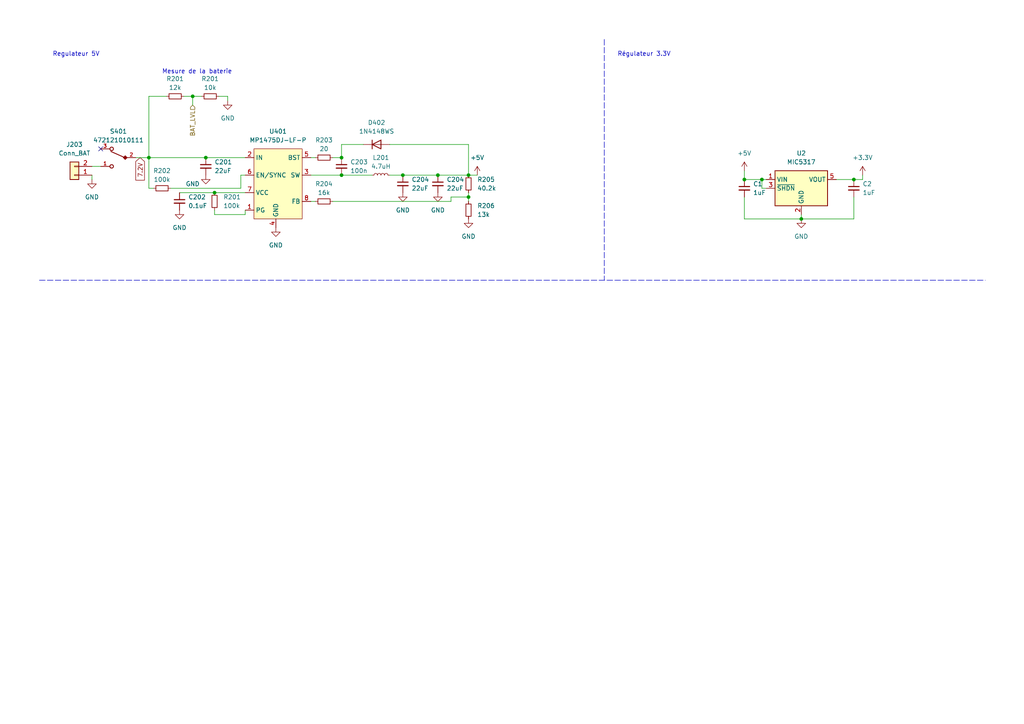
<source format=kicad_sch>
(kicad_sch (version 20230121) (generator eeschema)
  (paper "A4")
  (title_block (title "robot") (date "2023-09-19") (rev "Dorian, Gael, Clément, Laksan") (company "ENSEA"))
  (lib_symbols
    (symbol "Connector_Generic:Conn_01x02" (pin_names (offset 1.016) hide)
      (property "Reference" "J" (at 0 2.54 0))
      (property "Value" "Conn_01x02" (at 0 -5.08 0))
      (symbol "Conn_01x02_1_1"
        (rectangle (start -1.27 -2.413) (end 0 -2.667) (stroke (width 0.1524)))
        (rectangle (start -1.27 0.127) (end 0 -0.127) (stroke (width 0.1524)))
        (rectangle (start -1.27 1.27) (end 1.27 -3.81) (stroke (width 0.254)) (fill (type background)))
        (pin passive line (at -5.08 0 0) (length 3.81) (name "Pin_1") (number "1"))
        (pin passive line (at -5.08 -2.54 0) (length 3.81) (name "Pin_2") (number "2"))
      )
    )
    (symbol "Device:C_Small" (pin_numbers hide) (pin_names (offset 0.254) hide)
      (property "Reference" "C" (at 0.254 1.778 0))
      (property "Value" "C_Small" (at 0.254 -2.032 0))
      (symbol "C_Small_0_1"
        (polyline (pts (xy -1.524 -0.508) (xy 1.524 -0.508)) (stroke (width 0.3302)))
        (polyline (pts (xy -1.524 0.508) (xy 1.524 0.508)) (stroke (width 0.3048)))
      )
      (symbol "C_Small_1_1"
        (pin passive line (at 0 2.54 270) (length 2.032) (name "~") (number "1"))
        (pin passive line (at 0 -2.54 90) (length 2.032) (name "~") (number "2"))
      )
    )
    (symbol "Device:L_Small" (pin_numbers hide) (pin_names (offset 0.254) hide)
      (property "Reference" "L" (at 0.762 1.016 0))
      (property "Value" "L_Small" (at 0.762 -1.016 0))
      (symbol "L_Small_0_1"
        (arc (start 0 -2.032) (mid 0.5058 -1.524) (end 0 -1.016))
        (arc (start 0 -1.016) (mid 0.5058 -0.508) (end 0 0))
        (arc (start 0 0) (mid 0.5058 0.508) (end 0 1.016))
        (arc (start 0 1.016) (mid 0.5058 1.524) (end 0 2.032))
      )
      (symbol "L_Small_1_1"
        (pin passive line (at 0 2.54 270) (length 0.508) (name "~") (number "1"))
        (pin passive line (at 0 -2.54 90) (length 0.508) (name "~") (number "2"))
      )
    )
    (symbol "Device:R_Small" (pin_numbers hide) (pin_names (offset 0.254) hide)
      (property "Reference" "R" (at 0.762 0.508 0))
      (property "Value" "R_Small" (at 0.762 -1.016 0))
      (symbol "R_Small_0_1"
        (rectangle (start -0.762 1.778) (end 0.762 -1.778) (stroke (width 0.2032)))
      )
      (symbol "R_Small_1_1"
        (pin passive line (at 0 2.54 270) (length 0.762) (name "~") (number "1"))
        (pin passive line (at 0 -2.54 90) (length 0.762) (name "~") (number "2"))
      )
    )
    (symbol "Diode:1N4148WS" (pin_numbers hide) (pin_names hide)
      (property "Reference" "D" (at 0 2.54 0))
      (property "Value" "1N4148WS" (at 0 -2.54 0))
      (symbol "1N4148WS_0_1"
        (polyline (pts (xy -1.27 1.27) (xy -1.27 -1.27)) (stroke (width 0.254)))
        (polyline (pts (xy 1.27 0) (xy -1.27 0)))
        (polyline (pts (xy 1.27 1.27) (xy 1.27 -1.27) (xy -1.27 0) (xy 1.27 1.27)) (stroke (width 0.254)))
      )
      (symbol "1N4148WS_1_1"
        (pin passive line (at -3.81 0 0) (length 2.54) (name "K") (number "1"))
        (pin passive line (at 3.81 0 180) (length 2.54) (name "A") (number "2"))
      )
    )
    (symbol "MP1475:MP1475DJ-LF-P"
      (property "Reference" "U" (at -1.27 3.81 0))
      (property "Value" "MP1475DJ-LF-P" (at 0 1.27 0))
      (symbol "MP1475DJ-LF-P_1_1"
        (rectangle (start -12.7 -1.27) (end 1.27 -21.59) (fill (type background)))
        (pin output line (at -15.24 -19.05 0) (length 2.54) (name "PG") (number "1"))
        (pin power_in line (at -15.24 -3.81 0) (length 2.54) (name "IN") (number "2"))
        (pin output line (at 3.81 -8.89 180) (length 2.54) (name "SW") (number "3"))
        (pin power_in line (at -6.35 -24.13 90) (length 2.54) (name "GND") (number "4"))
        (pin output line (at 3.81 -3.81 180) (length 2.54) (name "BST") (number "5"))
        (pin input line (at -15.24 -8.89 0) (length 2.54) (name "EN/SYNC") (number "6"))
        (pin output line (at -15.24 -13.97 0) (length 2.54) (name "VCC") (number "7"))
        (pin output line (at 3.81 -16.51 180) (length 2.54) (name "FB") (number "8"))
      )
    )
    (symbol "Regulator_Linear:MCP1802x-xx02xOT"
      (property "Reference" "U" (at -6.35 6.35 0))
      (property "Value" "MCP1802x-xx02xOT" (at 0 6.35 0))
      (symbol "MCP1802x-xx02xOT_0_1"
        (rectangle (start -7.62 5.08) (end 7.62 -5.08) (stroke (width 0.254)) (fill (type background)))
      )
      (symbol "MCP1802x-xx02xOT_1_1"
        (pin power_in line (at -10.16 2.54 0) (length 2.54) (name "VIN") (number "1"))
        (pin power_in line (at 0 -7.62 90) (length 2.54) (name "GND") (number "2"))
        (pin input line (at -10.16 0 0) (length 2.54) (name "~{SHDN}") (number "3"))
        (pin no_connect line (at 7.62 0 180) (length 2.54) hide (name "NC") (number "4"))
        (pin power_out line (at 10.16 2.54 180) (length 2.54) (name "VOUT") (number "5"))
      )
    )
    (symbol "SWITCH:472121010111" (pin_names (offset 1.016))
      (property "Reference" "S" (at 0 3.81 0))
      (property "Value" "472121010111" (at 0 -5.08 0))
      (symbol "472121010111_0_0"
        (polyline (pts (xy -1.905 0) (xy 2.1082 -1.778)) (stroke (width 0.254)))
        (polyline (pts (xy -2.032 -0.508) (xy -2.54 0) (xy -2.032 0.508) (xy -1.524 0) (xy -2.032 -0.508)) (stroke (width 0.254)) (fill (type outline)))
        (circle (center 1.905 -2.54) (radius 0.508) (stroke (width 0.254)))
        (circle (center 1.905 2.54) (radius 0.508) (stroke (width 0.254)))
        (pin passive line (at 5.08 2.54 180) (length 2.54) (name "~") (number "1"))
        (pin passive line (at -5.08 0 0) (length 2.54) (name "~") (number "2"))
        (pin passive line (at 5.08 -2.54 180) (length 2.54) (name "~") (number "3"))
      )
    )
    (symbol "power:+3.3V" (power) (pin_names (offset 0))
      (property "Value" "+3.3V" (at 0 3.556 0))
      (symbol "+3.3V_0_1"
        (polyline (pts (xy -0.762 1.27) (xy 0 2.54)))
        (polyline (pts (xy 0 0) (xy 0 2.54)))
        (polyline (pts (xy 0 2.54) (xy 0.762 1.27)))
      )
      (symbol "+3.3V_1_1"
        (pin power_in line (at 0 0 90) (length 0) hide (name "+3.3V") (number "1"))
      )
    )
    (symbol "power:+5V" (power) (pin_names (offset 0))
      (property "Value" "+5V" (at 0 3.556 0))
      (symbol "+5V_0_1"
        (polyline (pts (xy -0.762 1.27) (xy 0 2.54)))
        (polyline (pts (xy 0 0) (xy 0 2.54)))
        (polyline (pts (xy 0 2.54) (xy 0.762 1.27)))
      )
      (symbol "+5V_1_1"
        (pin power_in line (at 0 0 90) (length 0) hide (name "+5V") (number "1"))
      )
    )
    (symbol "power:GND" (power) (pin_names (offset 0))
      (property "Value" "GND" (at 0 -3.81 0))
      (symbol "GND_0_1"
        (polyline (pts (xy 0 0) (xy 0 -1.27) (xy 1.27 -1.27) (xy 0 -2.54) (xy -1.27 -1.27) (xy 0 -1.27)))
      )
      (symbol "GND_1_1"
        (pin power_in line (at 0 0 270) (length 0) hide (name "GND") (number "1"))
      )
    )
  )
  (junction (at 247.65 52.07))
  (junction (at 62.23 55.88))
  (junction (at 220.98 52.07))
  (junction (at 135.89 57.15))
  (junction (at 43.18 45.72))
  (junction (at 99.06 50.8))
  (junction (at 215.9 52.07))
  (junction (at 127 50.8))
  (junction (at 59.69 45.72))
  (junction (at 135.89 50.8))
  (junction (at 55.88 27.94))
  (junction (at 116.84 50.8))
  (junction (at 99.06 45.72))
  (junction (at 232.41 63.5))
  (no_connect (at 29.21 43.18))
  (polyline (pts (xy 175.26 11.43) (xy 175.26 81.28)) (stroke (width 0) (type dash)))
  (wire (pts (xy 130.81 57.15) (xy 135.89 57.15)))
  (wire (pts (xy 90.17 45.72) (xy 91.44 45.72)))
  (wire (pts (xy 105.41 41.91) (xy 99.06 41.91)))
  (wire (pts (xy 232.41 63.5) (xy 247.65 63.5)))
  (wire (pts (xy 247.65 63.5) (xy 247.65 57.15)))
  (wire (pts (xy 39.37 45.72) (xy 43.18 45.72)))
  (wire (pts (xy 26.67 48.26) (xy 29.21 48.26)))
  (wire (pts (xy 62.23 62.23) (xy 62.23 60.96)))
  (wire (pts (xy 55.88 27.94) (xy 58.42 27.94)))
  (wire (pts (xy 215.9 49.53) (xy 215.9 52.07)))
  (wire (pts (xy 63.5 27.94) (xy 66.04 27.94)))
  (wire (pts (xy 99.06 41.91) (xy 99.06 45.72)))
  (wire (pts (xy 90.17 58.42) (xy 91.44 58.42)))
  (wire (pts (xy 53.34 27.94) (xy 55.88 27.94)))
  (wire (pts (xy 71.12 60.96) (xy 71.12 62.23)))
  (wire (pts (xy 135.89 57.15) (xy 135.89 58.42)))
  (wire (pts (xy 222.25 54.61) (xy 220.98 54.61)))
  (wire (pts (xy 59.69 45.72) (xy 71.12 45.72)))
  (wire (pts (xy 43.18 54.61) (xy 43.18 45.72)))
  (wire (pts (xy 96.52 45.72) (xy 99.06 45.72)))
  (wire (pts (xy 43.18 27.94) (xy 43.18 45.72)))
  (wire (pts (xy 90.17 50.8) (xy 99.06 50.8)))
  (wire (pts (xy 215.9 52.07) (xy 220.98 52.07)))
  (wire (pts (xy 215.9 63.5) (xy 232.41 63.5)))
  (wire (pts (xy 247.65 52.07) (xy 250.19 52.07)))
  (wire (pts (xy 44.45 54.61) (xy 43.18 54.61)))
  (wire (pts (xy 99.06 50.8) (xy 107.95 50.8)))
  (wire (pts (xy 52.07 55.88) (xy 62.23 55.88)))
  (wire (pts (xy 26.67 50.8) (xy 26.67 52.07)))
  (wire (pts (xy 220.98 54.61) (xy 220.98 52.07)))
  (wire (pts (xy 220.98 52.07) (xy 222.25 52.07)))
  (wire (pts (xy 250.19 50.8) (xy 250.19 52.07)))
  (wire (pts (xy 69.85 50.8) (xy 69.85 54.61)))
  (wire (pts (xy 135.89 41.91) (xy 135.89 50.8)))
  (wire (pts (xy 116.84 50.8) (xy 127 50.8)))
  (wire (pts (xy 43.18 45.72) (xy 59.69 45.72)))
  (wire (pts (xy 113.03 50.8) (xy 116.84 50.8)))
  (wire (pts (xy 127 50.8) (xy 135.89 50.8)))
  (wire (pts (xy 135.89 50.8) (xy 138.43 50.8)))
  (wire (pts (xy 71.12 50.8) (xy 69.85 50.8)))
  (wire (pts (xy 242.57 52.07) (xy 247.65 52.07)))
  (polyline (pts (xy 11.43 81.28) (xy 285.75 81.28)) (stroke (width 0) (type dash)))
  (wire (pts (xy 62.23 55.88) (xy 71.12 55.88)))
  (wire (pts (xy 69.85 54.61) (xy 49.53 54.61)))
  (wire (pts (xy 48.26 27.94) (xy 43.18 27.94)))
  (wire (pts (xy 130.81 57.15) (xy 130.81 58.42)))
  (wire (pts (xy 135.89 55.88) (xy 135.89 57.15)))
  (wire (pts (xy 215.9 57.15) (xy 215.9 63.5)))
  (wire (pts (xy 113.03 41.91) (xy 135.89 41.91)))
  (wire (pts (xy 62.23 62.23) (xy 71.12 62.23)))
  (wire (pts (xy 96.52 58.42) (xy 130.81 58.42)))
  (wire (pts (xy 232.41 63.5) (xy 232.41 62.23)))
  (wire (pts (xy 55.88 27.94) (xy 55.88 30.48)))
  (wire (pts (xy 66.04 27.94) (xy 66.04 29.21)))
  (text "Mesure de la baterie" (at 46.99 21.59 0) (effects (font (size 1.27 1.27)) (justify left bottom)))
  (text "Regulateur 5V" (at 15.24 16.51 0) (effects (font (size 1.27 1.27)) (justify left bottom)))
  (text "Régulateur 3.3V\n" (at 179.07 16.51 0) (effects (font (size 1.27 1.27)) (justify left bottom)))
  (global_label "7.2V" (shape input) (at 40.64 45.72 270) (property "Intersheetrefs" "${INTERSHEET_REFS}" (effects hide)))
  (hierarchical_label "BAT_LVL" (shape input) (at 55.88 30.48 270))
  (symbol (lib_id "power:GND") (at 127 55.88 0) (unit 1)
    (property "Reference" "#PWR0204" (effects hide))
    (property "Value" "GND" (at 127 60.96 0))
    (instances (project "KiCadAlimentation" (path "" (reference "#PWR0204") (unit 1))) (project "robot" (path "" (reference "#PWR0411") (unit 1))) (project "Regulateurs" (path "" (reference "#PWR0204") (unit 1))))
  )
  (symbol (lib_id "Device:R_Small") (at 93.98 58.42 90) (unit 1)
    (property "Reference" "R204" (at 93.98 53.34 90))
    (property "Value" "16k" (at 93.98 55.88 90))
    (property "Footprint" "Resistor_SMD:R_0603_1608Metric_Pad0.98x0.95mm_HandSolder" (effects hide))
    (instances (project "KiCadAlimentation" (path "" (reference "R204") (unit 1))) (project "robot" (path "" (reference "R404") (unit 1))) (project "Regulateurs" (path "" (reference "R204") (unit 1))))
  )
  (symbol (lib_id "Diode:1N4148WS") (at 109.22 41.91 0) (unit 1)
    (property "Reference" "D402" (at 109.22 35.56 0))
    (property "Value" "1N4148WS" (at 109.22 38.1 0))
    (property "Footprint" "Diode_SMD:D_SOD-323" (effects hide))
    (property "Datasheet" "https://www.vishay.com/docs/85751/1n4148ws.pdf" (effects hide))
    (property "Sim.Device" "D" (effects hide))
    (property "Sim.Pins" "1=K 2=A" (effects hide))
  )
  (symbol (lib_id "Regulator_Linear:MCP1802x-xx02xOT") (at 232.41 54.61 0) (unit 1)
    (property "Reference" "U2" (at 232.41 44.45 0))
    (property "Value" "MIC5317" (at 232.41 46.99 0))
    (property "Footprint" "Package_TO_SOT_SMD:SOT-23-5" (effects hide))
    (property "Datasheet" "http://ww1.microchip.com/downloads/en/DeviceDoc/22053C.pdf" (effects hide))
    (instances (project "TD1" (path "" (reference "U2") (unit 1))) (project "robot" (path "" (reference "U402") (unit 1))) (project "USB" (path "" (reference "U2") (unit 1))))
  )
  (symbol (lib_id "power:GND") (at 59.69 50.8 0) (unit 1)
    (property "Reference" "#PWR0203" (effects hide))
    (property "Value" "GND" (at 55.88 53.34 0))
    (instances (project "KiCadAlimentation" (path "" (reference "#PWR0203") (unit 1))) (project "robot" (path "" (reference "#PWR0402") (unit 1))) (project "Regulateurs" (path "" (reference "#PWR0203") (unit 1))))
  )
  (symbol (lib_id "power:GND") (at 116.84 55.88 0) (unit 1)
    (property "Reference" "#PWR0204" (effects hide))
    (property "Value" "GND" (at 116.84 60.96 0))
    (instances (project "KiCadAlimentation" (path "" (reference "#PWR0204") (unit 1))) (project "robot" (path "" (reference "#PWR0404") (unit 1))) (project "Regulateurs" (path "" (reference "#PWR0204") (unit 1))))
  )
  (symbol (lib_id "Device:R_Small") (at 50.8 27.94 90) (unit 1)
    (property "Reference" "R201" (at 50.8 22.86 90))
    (property "Value" "12k" (at 50.8 25.4 90))
    (property "Footprint" "Resistor_SMD:R_0603_1608Metric_Pad0.98x0.95mm_HandSolder" (effects hide))
    (instances (project "KiCadAlimentation" (path "" (reference "R201") (unit 1))) (project "robot" (path "" (reference "R407") (unit 1))) (project "Regulateurs" (path "" (reference "R201") (unit 1))))
  )
  (symbol (lib_id "Device:C_Small") (at 116.84 53.34 0) (unit 1)
    (property "Reference" "C204" (at 119.38 52.0763 0) (effects (justify left)))
    (property "Value" "22uF" (at 119.38 54.6163 0) (effects (justify left)))
    (property "Footprint" "Capacitor_SMD:C_0603_1608Metric_Pad1.08x0.95mm_HandSolder" (effects hide))
    (instances (project "KiCadAlimentation" (path "" (reference "C204") (unit 1))) (project "robot" (path "" (reference "C404") (unit 1))) (project "Regulateurs" (path "" (reference "C204") (unit 1))))
  )
  (symbol (lib_id "power:GND") (at 26.67 52.07 0) (unit 1)
    (property "Reference" "#PWR020" (effects hide))
    (property "Value" "GND" (at 26.67 57.15 0))
    (instances (project "TD1" (path "" (reference "#PWR020") (unit 1))) (project "robot" (path "" (reference "#PWR0219") (unit 1)) (path "" (reference "#PWR0412") (unit 1))))
  )
  (symbol (lib_id "Device:L_Small") (at 110.49 50.8 90) (unit 1)
    (property "Reference" "L201" (at 110.49 45.72 90))
    (property "Value" "4.7uH" (at 110.49 48.26 90))
    (property "Footprint" "Inductor_SMD:L_0603_1608Metric_Pad1.05x0.95mm_HandSolder" (effects hide))
    (instances (project "KiCadAlimentation" (path "" (reference "L201") (unit 1))) (project "robot" (path "" (reference "L401") (unit 1))) (project "Regulateurs" (path "" (reference "L201") (unit 1))))
  )
  (symbol (lib_id "power:+3.3V") (at 250.19 50.8 0) (unit 1)
    (property "Reference" "#PWR02" (effects hide))
    (property "Value" "+3.3V" (at 250.19 45.72 0))
    (instances (project "TD1" (path "" (reference "#PWR02") (unit 1))) (project "robot" (path "" (reference "#PWR0409") (unit 1))) (project "USB" (path "" (reference "#PWR02") (unit 1))))
  )
  (symbol (lib_id "Device:C_Small") (at 247.65 54.61 0) (unit 1)
    (property "Reference" "C2" (at 250.19 53.3463 0) (effects (justify left)))
    (property "Value" "1uF" (at 250.19 55.8863 0) (effects (justify left)))
    (property "Footprint" "Capacitor_SMD:C_0603_1608Metric_Pad1.08x0.95mm_HandSolder" (effects hide))
    (instances (project "TD1" (path "" (reference "C2") (unit 1))) (project "robot" (path "" (reference "C406") (unit 1))) (project "USB" (path "" (reference "C2") (unit 1))))
  )
  (symbol (lib_id "Device:C_Small") (at 127 53.34 0) (unit 1)
    (property "Reference" "C204" (at 129.54 52.0763 0) (effects (justify left)))
    (property "Value" "22uF" (at 129.54 54.6163 0) (effects (justify left)))
    (property "Footprint" "Capacitor_SMD:C_0603_1608Metric_Pad1.08x0.95mm_HandSolder" (effects hide))
    (instances (project "KiCadAlimentation" (path "" (reference "C204") (unit 1))) (project "robot" (path "" (reference "C407") (unit 1))) (project "Regulateurs" (path "" (reference "C204") (unit 1))))
  )
  (symbol (lib_id "Device:R_Small") (at 135.89 60.96 180) (unit 1)
    (property "Reference" "R206" (at 138.43 59.69 0) (effects (justify right)))
    (property "Value" "13k" (at 138.43 62.23 0) (effects (justify right)))
    (property "Footprint" "Resistor_SMD:R_0603_1608Metric_Pad0.98x0.95mm_HandSolder" (effects hide))
    (instances (project "KiCadAlimentation" (path "" (reference "R206") (unit 1))) (project "robot" (path "" (reference "R406") (unit 1))) (project "Regulateurs" (path "" (reference "R206") (unit 1))))
  )
  (symbol (lib_id "power:GND") (at 135.89 63.5 0) (unit 1)
    (property "Reference" "#PWR0205" (effects hide))
    (property "Value" "GND" (at 135.89 68.58 0))
    (instances (project "KiCadAlimentation" (path "" (reference "#PWR0205") (unit 1))) (project "robot" (path "" (reference "#PWR0405") (unit 1))) (project "Regulateurs" (path "" (reference "#PWR0205") (unit 1))))
  )
  (symbol (lib_id "SWITCH:472121010111") (at 34.29 45.72 180) (unit 1)
    (property "Reference" "S401" (at 34.3535 38.1 0))
    (property "Value" "472121010111" (at 34.3535 40.64 0))
    (property "Footprint" "472121010111:472121010111" (effects hide))
    (property "MF" "Wurth Elektronik" (effects hide))
    (property "ACTUATOR-LENGTH" "10.4mm" (effects hide))
    (property "Package" "None" (effects hide))
    (property "MOUNT" "THT" (effects hide))
    (property "Check_prices" "https://www.snapeda.com/parts/472121010111/Wurth+Elektronik/view-part/?ref=eda" (effects hide))
    (property "SnapEDA_Link" "https://www.snapeda.com/parts/472121010111/Wurth+Elektronik/view-part/?ref=snap" (effects hide))
    (property "VALUE" "472121010111" (effects hide))
    (property "Availability" "In Stock" (effects hide))
    (property "SWITCHING-FUNCTION" "ON-ON" (effects hide))
    (property "DATASHEET-URL" "https://www.we-online.com/redexpert/spec/472121010111?ae" (effects hide))
    (property "MP" "472121010111" (effects hide))
    (property "PART-NUMBER" "472121010111" (effects hide))
    (property "Description" "\nWurth Elektronik WS-TOTV Toggle Switch 12.7x6.6x8.8mm\n" (effects hide))
    (property "Price" "None" (effects hide))
    (property "BUSHING-LENGTH" "9mm" (effects hide))
  )
  (symbol (lib_id "Connector_Generic:Conn_01x02") (at 21.59 50.8 180) (unit 1)
    (property "Reference" "J203" (at 21.59 41.91 0))
    (property "Value" "Conn_BAT" (at 21.59 44.45 0))
    (property "Footprint" "Connector_JST:JST_XH_B2B-XH-A_1x02_P2.50mm_Vertical" (effects hide))
    (instances (project "robot" (path "" (reference "J203") (unit 1)) (path "" (reference "J401") (unit 1))))
  )
  (symbol (lib_id "MP1475:MP1475DJ-LF-P") (at 86.36 41.91 0) (unit 1)
    (property "Reference" "U401" (at 80.645 38.1 0))
    (property "Value" "MP1475DJ-LF-P" (at 80.645 40.64 0))
    (property "Footprint" "MP1475:MP1475DJ-LF-P" (effects hide))
  )
  (symbol (lib_id "Device:R_Small") (at 93.98 45.72 90) (unit 1)
    (property "Reference" "R203" (at 93.98 40.64 90))
    (property "Value" "20" (at 93.98 43.18 90))
    (property "Footprint" "Resistor_SMD:R_0603_1608Metric_Pad0.98x0.95mm_HandSolder" (effects hide))
    (instances (project "KiCadAlimentation" (path "" (reference "R203") (unit 1))) (project "robot" (path "" (reference "R403") (unit 1))) (project "Regulateurs" (path "" (reference "R203") (unit 1))))
  )
  (symbol (lib_id "Device:C_Small") (at 59.69 48.26 0) (unit 1)
    (property "Reference" "C201" (at 62.23 46.9963 0) (effects (justify left)))
    (property "Value" "22uF" (at 62.23 49.5363 0) (effects (justify left)))
    (property "Footprint" "Capacitor_SMD:C_0603_1608Metric_Pad1.08x0.95mm_HandSolder" (effects hide))
    (instances (project "KiCadAlimentation" (path "" (reference "C201") (unit 1))) (project "robot" (path "" (reference "C402") (unit 1))) (project "Regulateurs" (path "" (reference "C201") (unit 1))))
  )
  (symbol (lib_id "Device:R_Small") (at 135.89 53.34 180) (unit 1)
    (property "Reference" "R205" (at 138.43 52.07 0) (effects (justify right)))
    (property "Value" "40.2k" (at 138.43 54.61 0) (effects (justify right)))
    (property "Footprint" "Resistor_SMD:R_0603_1608Metric_Pad0.98x0.95mm_HandSolder" (effects hide))
    (instances (project "KiCadAlimentation" (path "" (reference "R205") (unit 1))) (project "robot" (path "" (reference "R405") (unit 1))) (project "Regulateurs" (path "" (reference "R205") (unit 1))))
  )
  (symbol (lib_id "power:GND") (at 232.41 63.5 0) (unit 1)
    (property "Reference" "#PWR04" (effects hide))
    (property "Value" "GND" (at 232.41 68.58 0))
    (instances (project "TD1" (path "" (reference "#PWR04") (unit 1))) (project "robot" (path "" (reference "#PWR0408") (unit 1))) (project "USB" (path "" (reference "#PWR04") (unit 1))))
  )
  (symbol (lib_id "Device:C_Small") (at 215.9 54.61 0) (unit 1)
    (property "Reference" "C1" (at 218.44 53.3463 0) (effects (justify left)))
    (property "Value" "1uF" (at 218.44 55.8863 0) (effects (justify left)))
    (property "Footprint" "Capacitor_SMD:C_0603_1608Metric_Pad1.08x0.95mm_HandSolder" (effects hide))
    (instances (project "TD1" (path "" (reference "C1") (unit 1))) (project "robot" (path "" (reference "C405") (unit 1))) (project "USB" (path "" (reference "C1") (unit 1))))
  )
  (symbol (lib_id "power:+5V") (at 138.43 50.8 0) (unit 1)
    (property "Reference" "#PWR0206" (effects hide))
    (property "Value" "+5V" (at 138.43 45.72 0))
    (instances (project "KiCadAlimentation" (path "" (reference "#PWR0206") (unit 1))) (project "robot" (path "" (reference "#PWR0406") (unit 1))) (project "Regulateurs" (path "" (reference "#PWR0206") (unit 1))))
  )
  (symbol (lib_id "power:GND") (at 66.04 29.21 0) (unit 1)
    (property "Reference" "#PWR0410" (effects hide))
    (property "Value" "GND" (at 66.04 34.29 0))
  )
  (symbol (lib_id "power:+5V") (at 215.9 49.53 0) (unit 1)
    (property "Reference" "#PWR03" (effects hide))
    (property "Value" "+5V" (at 215.9 44.45 0))
    (instances (project "TD1" (path "" (reference "#PWR03") (unit 1))) (project "robot" (path "" (reference "#PWR0407") (unit 1))) (project "USB" (path "" (reference "#PWR03") (unit 1))))
  )
  (symbol (lib_id "power:GND") (at 80.01 66.04 0) (unit 1)
    (property "Reference" "#PWR0201" (effects hide))
    (property "Value" "GND" (at 80.01 71.12 0))
    (instances (project "KiCadAlimentation" (path "" (reference "#PWR0201") (unit 1))) (project "robot" (path "" (reference "#PWR0403") (unit 1))) (project "Regulateurs" (path "" (reference "#PWR0201") (unit 1))))
  )
  (symbol (lib_id "Device:R_Small") (at 46.99 54.61 90) (unit 1)
    (property "Reference" "R202" (at 46.99 49.53 90))
    (property "Value" "100k" (at 46.99 52.07 90))
    (property "Footprint" "Resistor_SMD:R_0603_1608Metric_Pad0.98x0.95mm_HandSolder" (effects hide))
    (instances (project "KiCadAlimentation" (path "" (reference "R202") (unit 1))) (project "robot" (path "" (reference "R401") (unit 1))) (project "Regulateurs" (path "" (reference "R202") (unit 1))))
  )
  (symbol (lib_id "Device:R_Small") (at 60.96 27.94 90) (unit 1)
    (property "Reference" "R201" (at 60.96 22.86 90))
    (property "Value" "10k" (at 60.96 25.4 90))
    (property "Footprint" "Resistor_SMD:R_0603_1608Metric_Pad0.98x0.95mm_HandSolder" (effects hide))
    (instances (project "KiCadAlimentation" (path "" (reference "R201") (unit 1))) (project "robot" (path "" (reference "R408") (unit 1))) (project "Regulateurs" (path "" (reference "R201") (unit 1))))
  )
  (symbol (lib_id "Device:C_Small") (at 99.06 48.26 0) (unit 1)
    (property "Reference" "C203" (at 101.6 46.9963 0) (effects (justify left)))
    (property "Value" "100n" (at 101.6 49.5363 0) (effects (justify left)))
    (property "Footprint" "Capacitor_SMD:C_0603_1608Metric_Pad1.08x0.95mm_HandSolder" (effects hide))
    (instances (project "KiCadAlimentation" (path "" (reference "C203") (unit 1))) (project "robot" (path "" (reference "C403") (unit 1))) (project "Regulateurs" (path "" (reference "C203") (unit 1))))
  )
  (symbol (lib_id "Device:C_Small") (at 52.07 58.42 0) (unit 1)
    (property "Reference" "C202" (at 54.61 57.1563 0) (effects (justify left)))
    (property "Value" "0.1uF" (at 54.61 59.6963 0) (effects (justify left)))
    (property "Footprint" "Capacitor_SMD:C_0603_1608Metric_Pad1.08x0.95mm_HandSolder" (effects hide))
    (instances (project "KiCadAlimentation" (path "" (reference "C202") (unit 1))) (project "robot" (path "" (reference "C401") (unit 1))) (project "Regulateurs" (path "" (reference "C202") (unit 1))))
  )
  (symbol (lib_id "Device:R_Small") (at 62.23 58.42 0) (unit 1)
    (property "Reference" "R201" (at 64.77 57.15 0) (effects (justify left)))
    (property "Value" "100k" (at 64.77 59.69 0) (effects (justify left)))
    (property "Footprint" "Resistor_SMD:R_0603_1608Metric_Pad0.98x0.95mm_HandSolder" (effects hide))
    (instances (project "KiCadAlimentation" (path "" (reference "R201") (unit 1))) (project "robot" (path "" (reference "R402") (unit 1))) (project "Regulateurs" (path "" (reference "R201") (unit 1))))
  )
  (symbol (lib_id "power:GND") (at 52.07 60.96 0) (unit 1)
    (property "Reference" "#PWR0202" (effects hide))
    (property "Value" "GND" (at 52.07 66.04 0))
    (instances (project "KiCadAlimentation" (path "" (reference "#PWR0202") (unit 1))) (project "robot" (path "" (reference "#PWR0401") (unit 1))) (project "Regulateurs" (path "" (reference "#PWR0202") (unit 1))))
  )
)
</source>
